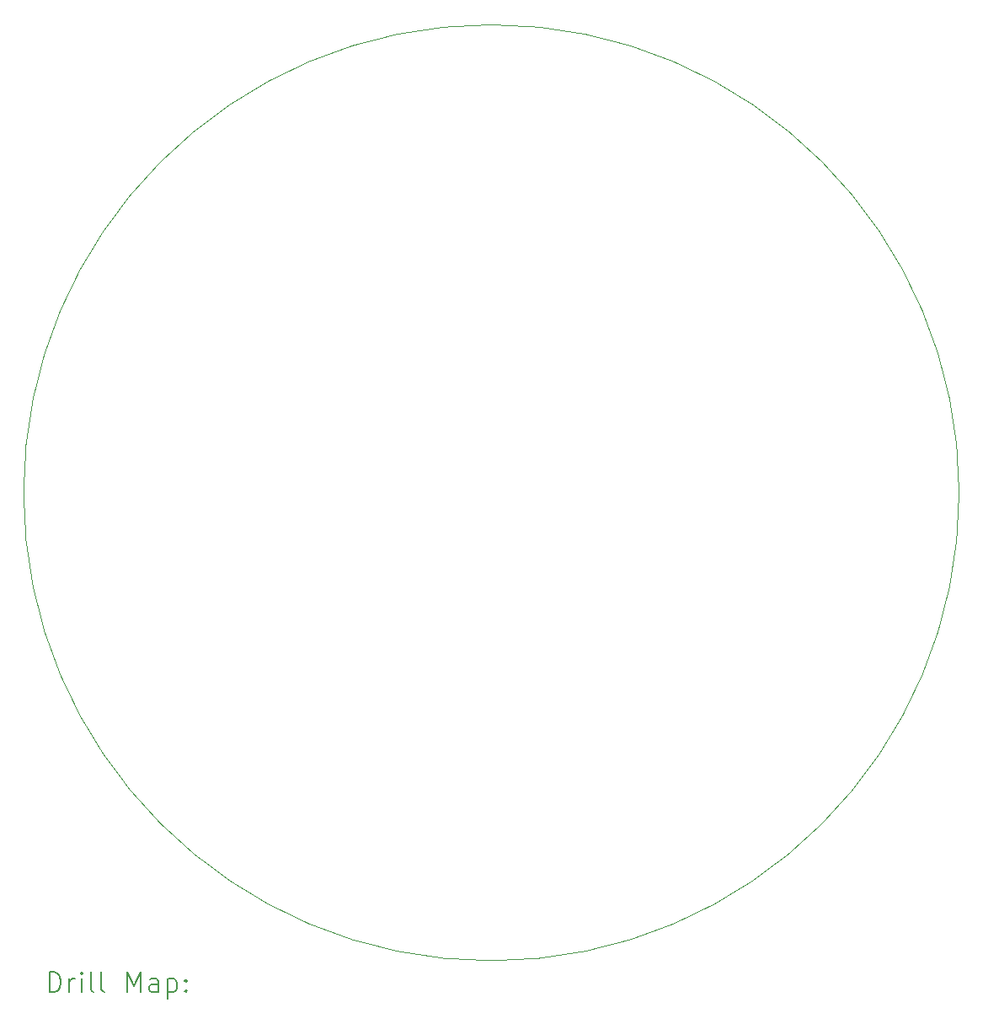
<source format=gbr>
%TF.GenerationSoftware,KiCad,Pcbnew,8.0.7-8.0.7-0~ubuntu22.04.1*%
%TF.CreationDate,2025-04-11T11:53:00+01:00*%
%TF.ProjectId,ratrace_coupler,72617472-6163-4655-9f63-6f75706c6572,rev?*%
%TF.SameCoordinates,Original*%
%TF.FileFunction,Drillmap*%
%TF.FilePolarity,Positive*%
%FSLAX45Y45*%
G04 Gerber Fmt 4.5, Leading zero omitted, Abs format (unit mm)*
G04 Created by KiCad (PCBNEW 8.0.7-8.0.7-0~ubuntu22.04.1) date 2025-04-11 11:53:00*
%MOMM*%
%LPD*%
G01*
G04 APERTURE LIST*
%ADD10C,0.050000*%
%ADD11C,0.200000*%
G04 APERTURE END LIST*
D10*
X17001287Y-10400000D02*
G75*
G02*
X7598713Y-10400000I-4701287J0D01*
G01*
X7598713Y-10400000D02*
G75*
G02*
X17001287Y-10400000I4701287J0D01*
G01*
D11*
X7856990Y-15415271D02*
X7856990Y-15215271D01*
X7856990Y-15215271D02*
X7904609Y-15215271D01*
X7904609Y-15215271D02*
X7933180Y-15224795D01*
X7933180Y-15224795D02*
X7952228Y-15243842D01*
X7952228Y-15243842D02*
X7961752Y-15262890D01*
X7961752Y-15262890D02*
X7971275Y-15300985D01*
X7971275Y-15300985D02*
X7971275Y-15329557D01*
X7971275Y-15329557D02*
X7961752Y-15367652D01*
X7961752Y-15367652D02*
X7952228Y-15386699D01*
X7952228Y-15386699D02*
X7933180Y-15405747D01*
X7933180Y-15405747D02*
X7904609Y-15415271D01*
X7904609Y-15415271D02*
X7856990Y-15415271D01*
X8056990Y-15415271D02*
X8056990Y-15281937D01*
X8056990Y-15320033D02*
X8066513Y-15300985D01*
X8066513Y-15300985D02*
X8076037Y-15291461D01*
X8076037Y-15291461D02*
X8095085Y-15281937D01*
X8095085Y-15281937D02*
X8114133Y-15281937D01*
X8180799Y-15415271D02*
X8180799Y-15281937D01*
X8180799Y-15215271D02*
X8171275Y-15224795D01*
X8171275Y-15224795D02*
X8180799Y-15234318D01*
X8180799Y-15234318D02*
X8190323Y-15224795D01*
X8190323Y-15224795D02*
X8180799Y-15215271D01*
X8180799Y-15215271D02*
X8180799Y-15234318D01*
X8304609Y-15415271D02*
X8285561Y-15405747D01*
X8285561Y-15405747D02*
X8276037Y-15386699D01*
X8276037Y-15386699D02*
X8276037Y-15215271D01*
X8409371Y-15415271D02*
X8390323Y-15405747D01*
X8390323Y-15405747D02*
X8380799Y-15386699D01*
X8380799Y-15386699D02*
X8380799Y-15215271D01*
X8637942Y-15415271D02*
X8637942Y-15215271D01*
X8637942Y-15215271D02*
X8704609Y-15358128D01*
X8704609Y-15358128D02*
X8771275Y-15215271D01*
X8771275Y-15215271D02*
X8771275Y-15415271D01*
X8952228Y-15415271D02*
X8952228Y-15310509D01*
X8952228Y-15310509D02*
X8942704Y-15291461D01*
X8942704Y-15291461D02*
X8923656Y-15281937D01*
X8923656Y-15281937D02*
X8885561Y-15281937D01*
X8885561Y-15281937D02*
X8866514Y-15291461D01*
X8952228Y-15405747D02*
X8933180Y-15415271D01*
X8933180Y-15415271D02*
X8885561Y-15415271D01*
X8885561Y-15415271D02*
X8866514Y-15405747D01*
X8866514Y-15405747D02*
X8856990Y-15386699D01*
X8856990Y-15386699D02*
X8856990Y-15367652D01*
X8856990Y-15367652D02*
X8866514Y-15348604D01*
X8866514Y-15348604D02*
X8885561Y-15339080D01*
X8885561Y-15339080D02*
X8933180Y-15339080D01*
X8933180Y-15339080D02*
X8952228Y-15329557D01*
X9047466Y-15281937D02*
X9047466Y-15481937D01*
X9047466Y-15291461D02*
X9066514Y-15281937D01*
X9066514Y-15281937D02*
X9104609Y-15281937D01*
X9104609Y-15281937D02*
X9123656Y-15291461D01*
X9123656Y-15291461D02*
X9133180Y-15300985D01*
X9133180Y-15300985D02*
X9142704Y-15320033D01*
X9142704Y-15320033D02*
X9142704Y-15377176D01*
X9142704Y-15377176D02*
X9133180Y-15396223D01*
X9133180Y-15396223D02*
X9123656Y-15405747D01*
X9123656Y-15405747D02*
X9104609Y-15415271D01*
X9104609Y-15415271D02*
X9066514Y-15415271D01*
X9066514Y-15415271D02*
X9047466Y-15405747D01*
X9228418Y-15396223D02*
X9237942Y-15405747D01*
X9237942Y-15405747D02*
X9228418Y-15415271D01*
X9228418Y-15415271D02*
X9218895Y-15405747D01*
X9218895Y-15405747D02*
X9228418Y-15396223D01*
X9228418Y-15396223D02*
X9228418Y-15415271D01*
X9228418Y-15291461D02*
X9237942Y-15300985D01*
X9237942Y-15300985D02*
X9228418Y-15310509D01*
X9228418Y-15310509D02*
X9218895Y-15300985D01*
X9218895Y-15300985D02*
X9228418Y-15291461D01*
X9228418Y-15291461D02*
X9228418Y-15310509D01*
M02*

</source>
